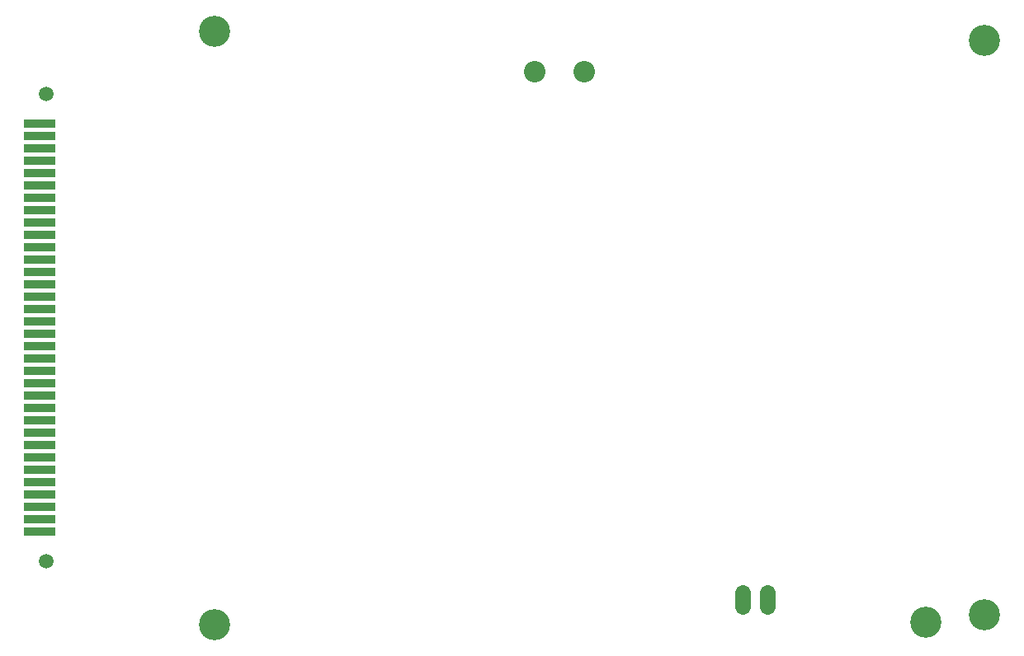
<source format=gbr>
G04 EAGLE Gerber RS-274X export*
G75*
%MOMM*%
%FSLAX34Y34*%
%LPD*%
%INSoldermask Bottom*%
%IPPOS*%
%AMOC8*
5,1,8,0,0,1.08239X$1,22.5*%
G01*
%ADD10C,1.503200*%
%ADD11C,3.203200*%
%ADD12R,3.203200X0.953200*%
%ADD13C,1.625600*%
%ADD14C,2.203200*%


D10*
X22500Y115000D03*
X22500Y595000D03*
D11*
X195000Y660000D03*
X195000Y50000D03*
X925000Y52500D03*
D12*
X16000Y145500D03*
X16000Y158200D03*
X16000Y170900D03*
X16000Y183600D03*
X16000Y196300D03*
X16000Y209000D03*
X16000Y221700D03*
X16000Y234400D03*
X16000Y247100D03*
X16000Y259800D03*
X16000Y272500D03*
X16000Y285200D03*
X16000Y297900D03*
X16000Y310600D03*
X16000Y323300D03*
X16000Y336000D03*
X16000Y348700D03*
X16000Y361400D03*
X16000Y374100D03*
X16000Y386800D03*
X16000Y399500D03*
X16000Y412200D03*
X16000Y424900D03*
X16000Y437600D03*
X16000Y450300D03*
X16000Y463000D03*
X16000Y475700D03*
X16000Y488400D03*
X16000Y501100D03*
X16000Y513800D03*
X16000Y526500D03*
X16000Y539200D03*
X16000Y551900D03*
X16000Y564600D03*
D11*
X985000Y60000D03*
X985000Y650000D03*
D13*
X762000Y83312D02*
X762000Y69088D01*
X736600Y69088D02*
X736600Y83312D01*
D14*
X574251Y618240D03*
X523451Y618240D03*
M02*

</source>
